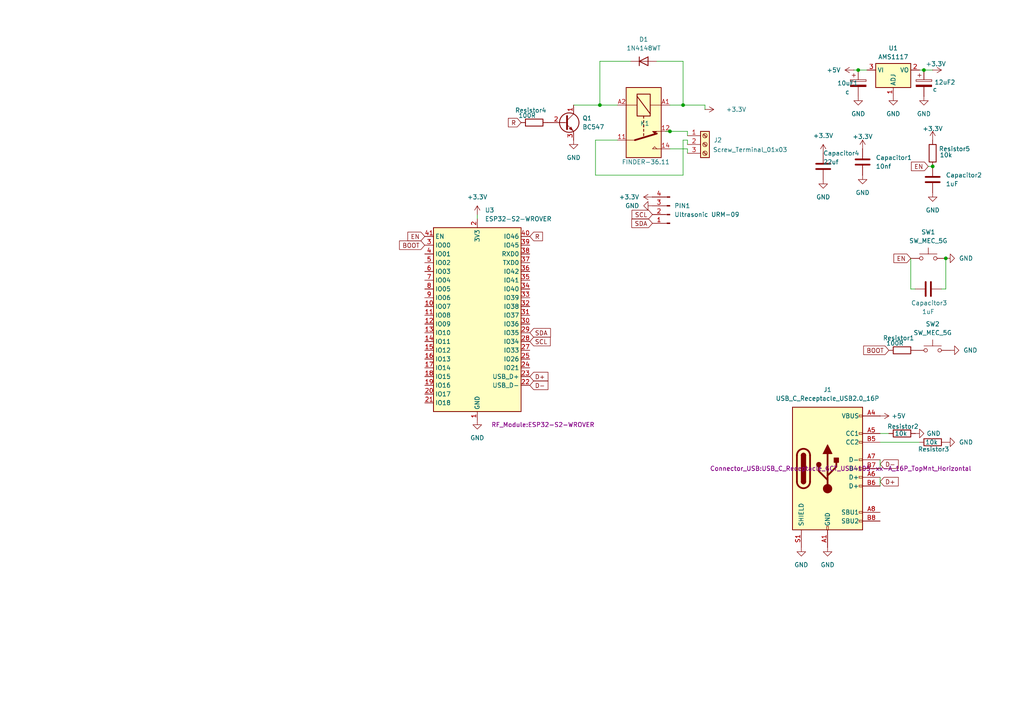
<source format=kicad_sch>
(kicad_sch (version 20231120) (generator "eeschema") (generator_version "8.0")
  (paper "A4")
  (lib_symbols
    (symbol "Connector:Conn_01x04_Pin" (pin_names (offset 1.016) hide)
      (property "Reference" "J" (at 0 5.08 0))
      (property "Value" "Conn_01x04_Pin" (at 0 -7.62 0))
      (symbol "Conn_01x04_Pin_1_1"
        (polyline (pts (xy 1.27 -5.08) (xy 0.8636 -5.08)) (stroke (width 0.1524)))
        (polyline (pts (xy 1.27 -2.54) (xy 0.8636 -2.54)) (stroke (width 0.1524)))
        (polyline (pts (xy 1.27 0) (xy 0.8636 0)) (stroke (width 0.1524)))
        (polyline (pts (xy 1.27 2.54) (xy 0.8636 2.54)) (stroke (width 0.1524)))
        (rectangle (start 0.8636 -4.953) (end 0 -5.207) (stroke (width 0.1524)) (fill (type outline)))
        (rectangle (start 0.8636 -2.413) (end 0 -2.667) (stroke (width 0.1524)) (fill (type outline)))
        (rectangle (start 0.8636 0.127) (end 0 -0.127) (stroke (width 0.1524)) (fill (type outline)))
        (rectangle (start 0.8636 2.667) (end 0 2.413) (stroke (width 0.1524)) (fill (type outline)))
        (pin passive line (at 5.08 2.54 180) (length 3.81) (name "Pin_1") (number "1"))
        (pin passive line (at 5.08 0 180) (length 3.81) (name "Pin_2") (number "2"))
        (pin passive line (at 5.08 -2.54 180) (length 3.81) (name "Pin_3") (number "3"))
        (pin passive line (at 5.08 -5.08 180) (length 3.81) (name "Pin_4") (number "4"))
      )
    )
    (symbol "Connector:Screw_Terminal_01x03" (pin_names (offset 1.016) hide)
      (property "Reference" "J" (at 0 5.08 0))
      (property "Value" "Screw_Terminal_01x03" (at 0 -5.08 0))
      (symbol "Screw_Terminal_01x03_1_1"
        (rectangle (start -1.27 3.81) (end 1.27 -3.81) (stroke (width 0.254)) (fill (type background)))
        (circle (center 0 -2.54) (radius 0.635) (stroke (width 0.1524)))
        (polyline (pts (xy -0.5334 -2.2098) (xy 0.3302 -3.048)) (stroke (width 0.1524)))
        (polyline (pts (xy -0.5334 0.3302) (xy 0.3302 -0.508)) (stroke (width 0.1524)))
        (polyline (pts (xy -0.5334 2.8702) (xy 0.3302 2.032)) (stroke (width 0.1524)))
        (polyline (pts (xy -0.3556 -2.032) (xy 0.508 -2.8702)) (stroke (width 0.1524)))
        (polyline (pts (xy -0.3556 0.508) (xy 0.508 -0.3302)) (stroke (width 0.1524)))
        (polyline (pts (xy -0.3556 3.048) (xy 0.508 2.2098)) (stroke (width 0.1524)))
        (circle (center 0 0) (radius 0.635) (stroke (width 0.1524)))
        (circle (center 0 2.54) (radius 0.635) (stroke (width 0.1524)))
        (pin passive line (at -5.08 2.54 0) (length 3.81) (name "Pin_1") (number "1"))
        (pin passive line (at -5.08 0 0) (length 3.81) (name "Pin_2") (number "2"))
        (pin passive line (at -5.08 -2.54 0) (length 3.81) (name "Pin_3") (number "3"))
      )
    )
    (symbol "Connector:USB_C_Receptacle_USB2.0_16P" (pin_names (offset 1.016))
      (property "Reference" "J" (at 0 22.225 0))
      (property "Value" "USB_C_Receptacle_USB2.0_16P" (at 0 19.685 0))
      (symbol "USB_C_Receptacle_USB2.0_16P_0_0"
        (rectangle (start -0.254 -17.78) (end 0.254 -16.764))
        (rectangle (start 10.16 -14.986) (end 9.144 -15.494))
        (rectangle (start 10.16 -12.446) (end 9.144 -12.954))
        (rectangle (start 10.16 -4.826) (end 9.144 -5.334))
        (rectangle (start 10.16 -2.286) (end 9.144 -2.794))
        (rectangle (start 10.16 0.254) (end 9.144 -0.254))
        (rectangle (start 10.16 2.794) (end 9.144 2.286))
        (rectangle (start 10.16 7.874) (end 9.144 7.366))
        (rectangle (start 10.16 10.414) (end 9.144 9.906))
        (rectangle (start 10.16 15.494) (end 9.144 14.986))
      )
      (symbol "USB_C_Receptacle_USB2.0_16P_0_1"
        (rectangle (start -10.16 17.78) (end 10.16 -17.78) (stroke (width 0.254)) (fill (type background)))
        (arc (start -8.89 -3.81) (mid -6.985 -5.7067) (end -5.08 -3.81) (stroke (width 0.508)))
        (arc (start -7.62 -3.81) (mid -6.985 -4.4423) (end -6.35 -3.81) (stroke (width 0.254)))
        (arc (start -7.62 -3.81) (mid -6.985 -4.4423) (end -6.35 -3.81) (stroke (width 0.254)) (fill (type outline)))
        (rectangle (start -7.62 -3.81) (end -6.35 3.81) (stroke (width 0.254)) (fill (type outline)))
        (arc (start -6.35 3.81) (mid -6.985 4.4423) (end -7.62 3.81) (stroke (width 0.254)))
        (arc (start -6.35 3.81) (mid -6.985 4.4423) (end -7.62 3.81) (stroke (width 0.254)) (fill (type outline)))
        (arc (start -5.08 3.81) (mid -6.985 5.7067) (end -8.89 3.81) (stroke (width 0.508)))
        (circle (center -2.54 1.143) (radius 0.635) (stroke (width 0.254)) (fill (type outline)))
        (circle (center 0 -5.842) (radius 1.27) (fill (type outline)))
        (polyline (pts (xy -8.89 -3.81) (xy -8.89 3.81)) (stroke (width 0.508)))
        (polyline (pts (xy -5.08 3.81) (xy -5.08 -3.81)) (stroke (width 0.508)))
        (polyline (pts (xy 0 -5.842) (xy 0 4.318)) (stroke (width 0.508)))
        (polyline (pts (xy 0 -3.302) (xy -2.54 -0.762) (xy -2.54 0.508)) (stroke (width 0.508)))
        (polyline (pts (xy 0 -2.032) (xy 2.54 0.508) (xy 2.54 1.778)) (stroke (width 0.508)))
        (polyline (pts (xy -1.27 4.318) (xy 0 6.858) (xy 1.27 4.318) (xy -1.27 4.318)) (stroke (width 0.254)) (fill (type outline)))
        (rectangle (start 1.905 1.778) (end 3.175 3.048) (stroke (width 0.254)) (fill (type outline)))
      )
      (symbol "USB_C_Receptacle_USB2.0_16P_1_1"
        (pin passive line (at 0 -22.86 90) (length 5.08) (name "GND") (number "A1"))
        (pin passive line (at 0 -22.86 90) (length 5.08) hide (name "GND") (number "A12"))
        (pin passive line (at 15.24 15.24 180) (length 5.08) (name "VBUS") (number "A4"))
        (pin bidirectional line (at 15.24 10.16 180) (length 5.08) (name "CC1") (number "A5"))
        (pin bidirectional line (at 15.24 -2.54 180) (length 5.08) (name "D+") (number "A6"))
        (pin bidirectional line (at 15.24 2.54 180) (length 5.08) (name "D-") (number "A7"))
        (pin bidirectional line (at 15.24 -12.7 180) (length 5.08) (name "SBU1") (number "A8"))
        (pin passive line (at 15.24 15.24 180) (length 5.08) hide (name "VBUS") (number "A9"))
        (pin passive line (at 0 -22.86 90) (length 5.08) hide (name "GND") (number "B1"))
        (pin passive line (at 0 -22.86 90) (length 5.08) hide (name "GND") (number "B12"))
        (pin passive line (at 15.24 15.24 180) (length 5.08) hide (name "VBUS") (number "B4"))
        (pin bidirectional line (at 15.24 7.62 180) (length 5.08) (name "CC2") (number "B5"))
        (pin bidirectional line (at 15.24 -5.08 180) (length 5.08) (name "D+") (number "B6"))
        (pin bidirectional line (at 15.24 0 180) (length 5.08) (name "D-") (number "B7"))
        (pin bidirectional line (at 15.24 -15.24 180) (length 5.08) (name "SBU2") (number "B8"))
        (pin passive line (at 15.24 15.24 180) (length 5.08) hide (name "VBUS") (number "B9"))
        (pin passive line (at -7.62 -22.86 90) (length 5.08) (name "SHIELD") (number "S1"))
      )
    )
    (symbol "Device:C" (pin_numbers hide) (pin_names (offset 0.254))
      (property "Reference" "C" (at 0.635 2.54 0))
      (property "Value" "C" (at 0.635 -2.54 0))
      (symbol "C_0_1"
        (polyline (pts (xy -2.032 -0.762) (xy 2.032 -0.762)) (stroke (width 0.508)))
        (polyline (pts (xy -2.032 0.762) (xy 2.032 0.762)) (stroke (width 0.508)))
      )
      (symbol "C_1_1"
        (pin passive line (at 0 3.81 270) (length 2.794) (name "~") (number "1"))
        (pin passive line (at 0 -3.81 90) (length 2.794) (name "~") (number "2"))
      )
    )
    (symbol "Device:C_Polarized" (pin_numbers hide) (pin_names (offset 0.254))
      (property "Reference" "C" (at 0.635 2.54 0))
      (property "Value" "C_Polarized" (at 0.635 -2.54 0))
      (symbol "C_Polarized_0_1"
        (rectangle (start -2.286 0.508) (end 2.286 1.016))
        (polyline (pts (xy -1.778 2.286) (xy -0.762 2.286)))
        (polyline (pts (xy -1.27 2.794) (xy -1.27 1.778)))
        (rectangle (start 2.286 -0.508) (end -2.286 -1.016) (fill (type outline)))
      )
      (symbol "C_Polarized_1_1"
        (pin passive line (at 0 3.81 270) (length 2.794) (name "~") (number "1"))
        (pin passive line (at 0 -3.81 90) (length 2.794) (name "~") (number "2"))
      )
    )
    (symbol "Device:R" (pin_numbers hide) (pin_names (offset 0))
      (property "Reference" "R" (at 2.032 0 90))
      (property "Value" "R" (at 0 0 90))
      (symbol "R_0_1"
        (rectangle (start -1.016 -2.54) (end 1.016 2.54) (stroke (width 0.254)))
      )
      (symbol "R_1_1"
        (pin passive line (at 0 3.81 270) (length 1.27) (name "~") (number "1"))
        (pin passive line (at 0 -3.81 90) (length 1.27) (name "~") (number "2"))
      )
    )
    (symbol "Diode:1N4148WT" (pin_numbers hide) (pin_names hide)
      (property "Reference" "D" (at 0 2.54 0))
      (property "Value" "1N4148WT" (at 0 -2.54 0))
      (symbol "1N4148WT_0_1"
        (polyline (pts (xy -1.27 1.27) (xy -1.27 -1.27)) (stroke (width 0.254)))
        (polyline (pts (xy 1.27 0) (xy -1.27 0)))
        (polyline (pts (xy 1.27 1.27) (xy 1.27 -1.27) (xy -1.27 0) (xy 1.27 1.27)) (stroke (width 0.254)))
      )
      (symbol "1N4148WT_1_1"
        (pin passive line (at -3.81 0 0) (length 2.54) (name "K") (number "1"))
        (pin passive line (at 3.81 0 180) (length 2.54) (name "A") (number "2"))
      )
    )
    (symbol "RF_Module:ESP32-S2-WROVER"
      (property "Reference" "U" (at -12.7 29.21 0))
      (property "Value" "ESP32-S2-WROVER" (at 2.54 29.21 0))
      (symbol "ESP32-S2-WROVER_0_1"
        (rectangle (start -12.7 27.94) (end 12.7 -25.4) (stroke (width 0.254)) (fill (type background)))
      )
      (symbol "ESP32-S2-WROVER_1_1"
        (pin power_in line (at 0 -27.94 90) (length 2.54) (name "GND") (number "1"))
        (pin bidirectional line (at -15.24 5.08 0) (length 2.54) (name "IO07") (number "10"))
        (pin bidirectional line (at -15.24 2.54 0) (length 2.54) (name "IO08") (number "11"))
        (pin bidirectional line (at -15.24 0 0) (length 2.54) (name "IO09") (number "12"))
        (pin bidirectional line (at -15.24 -2.54 0) (length 2.54) (name "IO10") (number "13"))
        (pin bidirectional line (at -15.24 -5.08 0) (length 2.54) (name "IO11") (number "14"))
        (pin bidirectional line (at -15.24 -7.62 0) (length 2.54) (name "IO12") (number "15"))
        (pin bidirectional line (at -15.24 -10.16 0) (length 2.54) (name "IO13") (number "16"))
        (pin bidirectional line (at -15.24 -12.7 0) (length 2.54) (name "IO14") (number "17"))
        (pin bidirectional line (at -15.24 -15.24 0) (length 2.54) (name "IO15") (number "18"))
        (pin bidirectional line (at -15.24 -17.78 0) (length 2.54) (name "IO16") (number "19"))
        (pin power_in line (at 0 30.48 270) (length 2.54) (name "3V3") (number "2"))
        (pin bidirectional line (at -15.24 -20.32 0) (length 2.54) (name "IO17") (number "20"))
        (pin bidirectional line (at -15.24 -22.86 0) (length 2.54) (name "IO18") (number "21"))
        (pin bidirectional line (at 15.24 -17.78 180) (length 2.54) (name "USB_D-") (number "22"))
        (pin bidirectional line (at 15.24 -15.24 180) (length 2.54) (name "USB_D+") (number "23"))
        (pin bidirectional line (at 15.24 -12.7 180) (length 2.54) (name "IO21") (number "24"))
        (pin bidirectional line (at 15.24 -10.16 180) (length 2.54) (name "IO26") (number "25"))
        (pin passive line (at 0 -27.94 90) (length 2.54) hide (name "GND") (number "26"))
        (pin bidirectional line (at 15.24 -7.62 180) (length 2.54) (name "IO33") (number "27"))
        (pin bidirectional line (at 15.24 -5.08 180) (length 2.54) (name "IO34") (number "28"))
        (pin bidirectional line (at 15.24 -2.54 180) (length 2.54) (name "IO35") (number "29"))
        (pin bidirectional line (at -15.24 22.86 0) (length 2.54) (name "IO00") (number "3"))
        (pin bidirectional line (at 15.24 0 180) (length 2.54) (name "IO36") (number "30"))
        (pin bidirectional line (at 15.24 2.54 180) (length 2.54) (name "IO37") (number "31"))
        (pin bidirectional line (at 15.24 5.08 180) (length 2.54) (name "IO38") (number "32"))
        (pin bidirectional line (at 15.24 7.62 180) (length 2.54) (name "IO39") (number "33"))
        (pin bidirectional line (at 15.24 10.16 180) (length 2.54) (name "IO40") (number "34"))
        (pin bidirectional line (at 15.24 12.7 180) (length 2.54) (name "IO41") (number "35"))
        (pin bidirectional line (at 15.24 15.24 180) (length 2.54) (name "IO42") (number "36"))
        (pin bidirectional line (at 15.24 17.78 180) (length 2.54) (name "TXD0") (number "37"))
        (pin bidirectional line (at 15.24 20.32 180) (length 2.54) (name "RXD0") (number "38"))
        (pin bidirectional line (at 15.24 22.86 180) (length 2.54) (name "IO45") (number "39"))
        (pin bidirectional line (at -15.24 20.32 0) (length 2.54) (name "IO01") (number "4"))
        (pin input line (at 15.24 25.4 180) (length 2.54) (name "IO46") (number "40"))
        (pin input line (at -15.24 25.4 0) (length 2.54) (name "EN") (number "41"))
        (pin passive line (at 0 -27.94 90) (length 2.54) hide (name "GND") (number "42"))
        (pin passive line (at 0 -27.94 90) (length 2.54) hide (name "GND") (number "43"))
        (pin bidirectional line (at -15.24 17.78 0) (length 2.54) (name "IO02") (number "5"))
        (pin bidirectional line (at -15.24 15.24 0) (length 2.54) (name "IO03") (number "6"))
        (pin bidirectional line (at -15.24 12.7 0) (length 2.54) (name "IO04") (number "7"))
        (pin bidirectional line (at -15.24 10.16 0) (length 2.54) (name "IO05") (number "8"))
        (pin bidirectional line (at -15.24 7.62 0) (length 2.54) (name "IO06") (number "9"))
      )
    )
    (symbol "Regulator_Linear:AMS1117"
      (property "Reference" "U" (at -3.81 3.175 0))
      (property "Value" "AMS1117" (at 0 3.175 0))
      (symbol "AMS1117_0_1"
        (rectangle (start -5.08 -5.08) (end 5.08 1.905) (stroke (width 0.254)) (fill (type background)))
      )
      (symbol "AMS1117_1_1"
        (pin input line (at 0 -7.62 90) (length 2.54) (name "ADJ") (number "1"))
        (pin power_out line (at 7.62 0 180) (length 2.54) (name "VO") (number "2"))
        (pin power_in line (at -7.62 0 0) (length 2.54) (name "VI") (number "3"))
      )
    )
    (symbol "Relay:FINDER-36.11"
      (property "Reference" "K" (at 11.43 3.81 0))
      (property "Value" "FINDER-36.11" (at 11.43 1.27 0))
      (symbol "FINDER-36.11_0_0"
        (polyline (pts (xy 2.54 3.81) (xy 2.54 5.08)))
        (polyline (pts (xy 7.62 3.81) (xy 7.62 5.08)))
        (polyline (pts (xy 7.62 3.81) (xy 7.62 2.54) (xy 6.985 3.175) (xy 7.62 3.81)))
      )
      (symbol "FINDER-36.11_0_1"
        (rectangle (start -10.16 5.08) (end 10.16 -5.08) (stroke (width 0.254)) (fill (type background)))
        (rectangle (start -8.255 1.905) (end -1.905 -1.905) (stroke (width 0.254)))
        (polyline (pts (xy -7.62 -1.905) (xy -2.54 1.905)) (stroke (width 0.254)))
        (polyline (pts (xy -5.08 -5.08) (xy -5.08 -1.905)))
        (polyline (pts (xy -5.08 5.08) (xy -5.08 1.905)))
        (polyline (pts (xy -1.905 0) (xy -1.27 0)) (stroke (width 0.254)))
        (polyline (pts (xy -0.635 0) (xy 0 0)) (stroke (width 0.254)))
        (polyline (pts (xy 0.635 0) (xy 1.27 0)) (stroke (width 0.254)))
        (polyline (pts (xy 0.635 0) (xy 1.27 0)) (stroke (width 0.254)))
        (polyline (pts (xy 1.905 0) (xy 2.54 0)) (stroke (width 0.254)))
        (polyline (pts (xy 3.175 0) (xy 3.81 0)) (stroke (width 0.254)))
        (polyline (pts (xy 5.08 -2.54) (xy 3.175 3.81)) (stroke (width 0.508)))
        (polyline (pts (xy 5.08 -2.54) (xy 5.08 -5.08)))
        (polyline (pts (xy 2.54 2.54) (xy 2.54 3.81) (xy 2.54 2.54) (xy 2.54 2.54) (xy 3.175 3.175) (xy 2.54 3.81)) (fill (type outline)))
      )
      (symbol "FINDER-36.11_1_1"
        (pin passive line (at 5.08 -7.62 90) (length 2.54) (name "~") (number "11"))
        (pin passive line (at 2.54 7.62 270) (length 2.54) (name "~") (number "12"))
        (pin passive line (at 7.62 7.62 270) (length 2.54) (name "~") (number "14"))
        (pin passive line (at -5.08 7.62 270) (length 2.54) (name "~") (number "A1"))
        (pin passive line (at -5.08 -7.62 90) (length 2.54) (name "~") (number "A2"))
      )
    )
    (symbol "Switch:SW_MEC_5G" (pin_numbers hide) (pin_names (offset 1.016) hide)
      (property "Reference" "SW" (at 1.27 2.54 0))
      (property "Value" "SW_MEC_5G" (at 0 -1.524 0))
      (symbol "SW_MEC_5G_0_1"
        (circle (center -2.032 0) (radius 0.508))
        (polyline (pts (xy 0 1.27) (xy 0 3.048)))
        (polyline (pts (xy 2.54 1.27) (xy -2.54 1.27)))
        (circle (center 2.032 0) (radius 0.508))
        (pin passive line (at -5.08 0 0) (length 2.54) (name "A") (number "1"))
        (pin passive line (at 5.08 0 180) (length 2.54) (name "B") (number "3"))
      )
      (symbol "SW_MEC_5G_1_1"
        (pin passive line (at -5.08 0 0) (length 2.54) hide (name "A") (number "2"))
        (pin passive line (at 5.08 0 180) (length 2.54) hide (name "B") (number "4"))
      )
    )
    (symbol "Transistor_BJT:BC547" (pin_names (offset 0) hide)
      (property "Reference" "Q" (at 5.08 1.905 0))
      (property "Value" "BC547" (at 5.08 0 0))
      (symbol "BC547_0_1"
        (polyline (pts (xy 0 0) (xy 0.635 0)))
        (polyline (pts (xy 0.635 0.635) (xy 2.54 2.54)))
        (polyline (pts (xy 0.635 -0.635) (xy 2.54 -2.54) (xy 2.54 -2.54)))
        (polyline (pts (xy 0.635 1.905) (xy 0.635 -1.905) (xy 0.635 -1.905)) (stroke (width 0.508)))
        (polyline (pts (xy 1.27 -1.778) (xy 1.778 -1.27) (xy 2.286 -2.286) (xy 1.27 -1.778) (xy 1.27 -1.778)) (fill (type outline)))
        (circle (center 1.27 0) (radius 2.8194) (stroke (width 0.254)))
      )
      (symbol "BC547_1_1"
        (pin passive line (at 2.54 5.08 270) (length 2.54) (name "C") (number "1"))
        (pin input line (at -5.08 0 0) (length 5.08) (name "B") (number "2"))
        (pin passive line (at 2.54 -5.08 90) (length 2.54) (name "E") (number "3"))
      )
    )
    (symbol "power:+3.3V" (power) (pin_numbers hide) (pin_names (offset 0) hide)
      (property "Value" "+3.3V" (at 0 3.556 0))
      (symbol "+3.3V_0_1"
        (polyline (pts (xy -0.762 1.27) (xy 0 2.54)))
        (polyline (pts (xy 0 0) (xy 0 2.54)))
        (polyline (pts (xy 0 2.54) (xy 0.762 1.27)))
      )
      (symbol "+3.3V_1_1"
        (pin power_in line (at 0 0 90) (length 0) (name "~") (number "1"))
      )
    )
    (symbol "power:+5V" (power) (pin_numbers hide) (pin_names (offset 0) hide)
      (property "Value" "+5V" (at 0 3.556 0))
      (symbol "+5V_0_1"
        (polyline (pts (xy -0.762 1.27) (xy 0 2.54)))
        (polyline (pts (xy 0 0) (xy 0 2.54)))
        (polyline (pts (xy 0 2.54) (xy 0.762 1.27)))
      )
      (symbol "+5V_1_1"
        (pin power_in line (at 0 0 90) (length 0) (name "~") (number "1"))
      )
    )
    (symbol "power:GND" (power) (pin_numbers hide) (pin_names (offset 0) hide)
      (property "Value" "GND" (at 0 -3.81 0))
      (symbol "GND_0_1"
        (polyline (pts (xy 0 0) (xy 0 -1.27) (xy 1.27 -1.27) (xy 0 -2.54) (xy -1.27 -1.27) (xy 0 -1.27)))
      )
      (symbol "GND_1_1"
        (pin power_in line (at 0 0 270) (length 0) (name "~") (number "1"))
      )
    )
  )
  (junction (at 198.12 30.48))
  (junction (at 267.97 20.32))
  (junction (at 270.51 48.26))
  (junction (at 274.32 74.93))
  (junction (at 194.31 38.1))
  (junction (at 173.99 30.48))
  (junction (at 248.92 20.32))
  (wire (pts (xy 255.27 128.27) (xy 266.7 128.27)))
  (wire (pts (xy 172.72 40.64) (xy 179.07 40.64)))
  (wire (pts (xy 266.7 20.32) (xy 267.97 20.32)))
  (wire (pts (xy 264.16 83.82) (xy 265.43 83.82)))
  (wire (pts (xy 138.43 62.23) (xy 138.43 63.5)))
  (wire (pts (xy 194.31 43.18) (xy 199.39 43.18)))
  (wire (pts (xy 198.12 40.64) (xy 198.12 50.8)))
  (wire (pts (xy 204.47 30.48) (xy 204.47 31.75)))
  (wire (pts (xy 199.39 38.1) (xy 199.39 39.37)))
  (wire (pts (xy 190.5 17.78) (xy 198.12 17.78)))
  (wire (pts (xy 248.92 20.32) (xy 251.46 20.32)))
  (wire (pts (xy 198.12 17.78) (xy 198.12 30.48)))
  (wire (pts (xy 264.16 74.93) (xy 264.16 83.82)))
  (wire (pts (xy 204.47 30.48) (xy 198.12 30.48)))
  (wire (pts (xy 173.99 30.48) (xy 179.07 30.48)))
  (wire (pts (xy 274.32 74.93) (xy 274.32 83.82)))
  (wire (pts (xy 172.72 50.8) (xy 198.12 50.8)))
  (wire (pts (xy 269.24 48.26) (xy 270.51 48.26)))
  (wire (pts (xy 255.27 138.43) (xy 255.27 140.97)))
  (wire (pts (xy 199.39 43.18) (xy 199.39 44.45)))
  (wire (pts (xy 255.27 133.35) (xy 255.27 135.89)))
  (wire (pts (xy 198.12 40.64) (xy 199.39 40.64)))
  (wire (pts (xy 255.27 125.73) (xy 257.81 125.73)))
  (wire (pts (xy 173.99 17.78) (xy 182.88 17.78)))
  (wire (pts (xy 199.39 40.64) (xy 199.39 41.91)))
  (wire (pts (xy 194.31 38.1) (xy 199.39 38.1)))
  (wire (pts (xy 198.12 30.48) (xy 194.31 30.48)))
  (wire (pts (xy 247.65 20.32) (xy 248.92 20.32)))
  (wire (pts (xy 173.99 17.78) (xy 173.99 30.48)))
  (wire (pts (xy 273.05 83.82) (xy 274.32 83.82)))
  (wire (pts (xy 172.72 40.64) (xy 172.72 50.8)))
  (wire (pts (xy 193.04 38.1) (xy 194.31 38.1)))
  (wire (pts (xy 166.37 30.48) (xy 173.99 30.48)))
  (wire (pts (xy 267.97 20.32) (xy 270.51 20.32)))
  (global_label "SDA" (shape input) (at 153.67 96.52 0) (property "Intersheetrefs" "${INTERSHEET_REFS}" (effects (hide yes))))
  (global_label "BOOT" (shape input) (at 257.81 101.6 180) (property "Intersheetrefs" "${INTERSHEET_REFS}" (effects (hide yes))))
  (global_label "EN" (shape input) (at 269.24 48.26 180) (property "Intersheetrefs" "${INTERSHEET_REFS}" (effects (hide yes))))
  (global_label "SCL" (shape input) (at 153.67 99.06 0) (property "Intersheetrefs" "${INTERSHEET_REFS}" (effects (hide yes))))
  (global_label "BOOT" (shape input) (at 123.19 71.12 180) (property "Intersheetrefs" "${INTERSHEET_REFS}" (effects (hide yes))))
  (global_label "D+" (shape input) (at 153.67 109.22 0) (property "Intersheetrefs" "${INTERSHEET_REFS}" (effects (hide yes))))
  (global_label "R" (shape input) (at 151.13 35.56 180) (property "Intersheetrefs" "${INTERSHEET_REFS}" (effects (hide yes))))
  (global_label "SCL" (shape input) (at 189.23 62.23 180) (property "Intersheetrefs" "${INTERSHEET_REFS}" (effects (hide yes))))
  (global_label "D-" (shape input) (at 255.27 134.62 0) (property "Intersheetrefs" "${INTERSHEET_REFS}" (effects (hide yes))))
  (global_label "SDA" (shape input) (at 189.23 64.77 180) (property "Intersheetrefs" "${INTERSHEET_REFS}" (effects (hide yes))))
  (global_label "R" (shape input) (at 153.67 68.58 0) (property "Intersheetrefs" "${INTERSHEET_REFS}" (effects (hide yes))))
  (global_label "EN" (shape input) (at 123.19 68.58 180) (property "Intersheetrefs" "${INTERSHEET_REFS}" (effects (hide yes))))
  (global_label "D+" (shape input) (at 255.27 139.7 0) (property "Intersheetrefs" "${INTERSHEET_REFS}" (effects (hide yes))))
  (global_label "D-" (shape input) (at 153.67 111.76 0) (property "Intersheetrefs" "${INTERSHEET_REFS}" (effects (hide yes))))
  (global_label "EN" (shape input) (at 264.16 74.93 180) (property "Intersheetrefs" "${INTERSHEET_REFS}" (effects (hide yes))))
  (symbol (lib_id "Device:C") (at 250.19 46.99 0) (unit 1)
    (property "Reference" "Capacitor1" (at 254 45.7199 0) (effects (justify left)))
    (property "Value" "10nf" (at 254 48.2599 0) (effects (justify left)))
    (property "Footprint" "Capacitor_SMD:C_0201_0603Metric" (effects (hide yes)))
    (property "Description" "Unpolarized capacitor" (effects (hide yes)))
  )
  (symbol (lib_id "Device:C_Polarized") (at 248.92 24.13 0) (unit 1)
    (property "Reference" "10uF1" (at 242.824 24.13 0) (effects (justify left)))
    (property "Value" "c" (at 245.11 26.67 0) (effects (justify left)))
    (property "Footprint" "Capacitor_SMD:C_0201_0603Metric_Pad0.64x0.40mm_HandSolder" (effects (hide yes)))
    (property "Description" "Polarized capacitor" (effects (hide yes)))
  )
  (symbol (lib_id "Device:C") (at 270.51 52.07 0) (unit 1)
    (property "Reference" "Capacitor2" (at 274.32 50.7999 0) (effects (justify left)))
    (property "Value" "1uF" (at 274.32 53.3399 0) (effects (justify left)))
    (property "Footprint" "Capacitor_SMD:C_0201_0603Metric" (effects (hide yes)))
    (property "Description" "Unpolarized capacitor" (effects (hide yes)))
  )
  (symbol (lib_id "Device:R") (at 154.94 35.56 90) (unit 1)
    (property "Reference" "Resistor4" (at 158.496 32.004 90) (effects (justify left)))
    (property "Value" "100R" (at 155.448 33.528 90) (effects (justify left)))
    (property "Footprint" "Resistor_SMD:R_0201_0603Metric" (effects (hide yes)))
    (property "Description" "Resistor" (effects (hide yes)))
  )
  (symbol (lib_id "power:GND") (at 274.32 74.93 90) (unit 1)
    (property "Reference" "#PWR015" (effects (hide yes)))
    (property "Value" "GND" (at 278.13 74.9299 90) (effects (justify right)))
    (property "Description" "Power symbol creates a global label with name \"GND\" , ground" (effects (hide yes)))
  )
  (symbol (lib_id "Switch:SW_MEC_5G") (at 270.51 101.6 0) (unit 1)
    (property "Reference" "SW2" (at 270.51 93.98 0))
    (property "Value" "SW_MEC_5G" (at 270.51 96.52 0))
    (property "Footprint" "Button_Switch_SMD:SW_Push_SPST_NO_Alps_SKRK" (effects (hide yes)))
    (property "Datasheet" "http://www.apem.com/int/index.php?controller=attachment&id_attachment=488" (effects (hide yes)))
    (property "Description" "MEC 5G single pole normally-open tactile switch" (effects (hide yes)))
  )
  (symbol (lib_id "power:+3.3V") (at 204.47 31.75 270) (unit 1)
    (property "Reference" "#PWR021" (effects (hide yes)))
    (property "Value" "+3.3V" (at 210.566 31.75 90) (effects (justify left)))
    (property "Description" "Power symbol creates a global label with name \"+3.3V\"" (effects (hide yes)))
  )
  (symbol (lib_id "power:GND") (at 250.19 50.8 0) (unit 1)
    (property "Reference" "#PWR011" (effects (hide yes)))
    (property "Value" "GND" (at 250.19 55.88 0))
    (property "Description" "Power symbol creates a global label with name \"GND\" , ground" (effects (hide yes)))
  )
  (symbol (lib_id "RF_Module:ESP32-S2-WROVER") (at 138.43 93.98 0) (unit 1)
    (property "Reference" "U3" (at 140.6241 60.96 0) (effects (justify left)))
    (property "Value" "ESP32-S2-WROVER" (at 140.6241 63.5 0) (effects (justify left)))
    (property "Footprint" "RF_Module:ESP32-S2-WROVER" (at 157.48 123.19 0))
    (property "Datasheet" "https://www.espressif.com/sites/default/files/documentation/esp32-s2-wroom_esp32-s2-wroom-i_datasheet_en.pdf" (effects (hide yes)))
    (property "Description" "RF Module, ESP32-D0WDQ6 SoC, Wi-Fi 802.11b/g/n, 32-bit, 2.7-3.6V, onboard antenna, SMD" (effects (hide yes)))
  )
  (symbol (lib_id "Device:R") (at 270.51 128.27 90) (unit 1)
    (property "Reference" "Resistor3" (at 275.336 130.302 90) (effects (justify left)))
    (property "Value" "10k" (at 272.034 128.27 90) (effects (justify left)))
    (property "Footprint" "Resistor_SMD:R_0201_0603Metric" (effects (hide yes)))
    (property "Description" "Resistor" (effects (hide yes)))
  )
  (symbol (lib_id "power:+5V") (at 255.27 120.65 270) (unit 1)
    (property "Reference" "#PWR020" (effects (hide yes)))
    (property "Value" "+5V" (at 258.572 120.65 90) (effects (justify left)))
    (property "Description" "Power symbol creates a global label with name \"+5V\"" (effects (hide yes)))
  )
  (symbol (lib_id "Device:R") (at 270.51 44.45 0) (unit 1)
    (property "Reference" "Resistor5" (at 272.288 43.18 0) (effects (justify left)))
    (property "Value" "10k" (at 272.542 44.958 0) (effects (justify left)))
    (property "Footprint" "Resistor_SMD:R_0201_0603Metric" (effects (hide yes)))
    (property "Description" "Resistor" (effects (hide yes)))
  )
  (symbol (lib_id "Regulator_Linear:AMS1117") (at 259.08 20.32 0) (unit 1)
    (property "Reference" "U1" (at 259.08 13.97 0))
    (property "Value" "AMS1117" (at 259.08 16.51 0))
    (property "Footprint" "Package_TO_SOT_SMD:SOT-223-3_TabPin2" (effects (hide yes)))
    (property "Datasheet" "http://www.advanced-monolithic.com/pdf/ds1117.pdf" (effects (hide yes)))
    (property "Description" "1A Low Dropout regulator, positive, adjustable output, SOT-223" (effects (hide yes)))
  )
  (symbol (lib_id "Relay:FINDER-36.11") (at 186.69 35.56 270) (unit 1)
    (property "Reference" "K1" (at 185.674 35.814 90) (effects (justify left)))
    (property "Value" "FINDER-36.11" (at 180.34 46.99 90) (effects (justify left)))
    (property "Footprint" "Relay_THT:Relay_SPDT_Finder_36.11" (effects (hide yes)))
    (property "Datasheet" "https://gfinder.findernet.com/public/attachments/36/EN/S36EN.pdf" (effects (hide yes)))
  )
  (symbol (lib_id "Device:C_Polarized") (at 267.97 24.13 0) (unit 1)
    (property "Reference" "12uF2" (at 271.018 23.876 0) (effects (justify left)))
    (property "Value" "c" (at 270.51 25.908 0) (effects (justify left)))
    (property "Footprint" "Capacitor_SMD:C_0201_0603Metric_Pad0.64x0.40mm_HandSolder" (effects (hide yes)))
    (property "Description" "Polarized capacitor" (effects (hide yes)))
  )
  (symbol (lib_id "power:GND") (at 248.92 27.94 0) (unit 1)
    (property "Reference" "#PWR05" (effects (hide yes)))
    (property "Value" "GND" (at 248.92 33.02 0))
    (property "Description" "Power symbol creates a global label with name \"GND\" , ground" (effects (hide yes)))
  )
  (symbol (lib_id "power:GND") (at 270.51 55.88 0) (unit 1)
    (property "Reference" "#PWR013" (effects (hide yes)))
    (property "Value" "GND" (at 270.51 60.96 0))
    (property "Description" "Power symbol creates a global label with name \"GND\" , ground" (effects (hide yes)))
  )
  (symbol (lib_id "power:+3.3V") (at 138.43 62.23 0) (unit 1)
    (property "Reference" "#PWR01" (effects (hide yes)))
    (property "Value" "+3.3V" (at 138.43 57.15 0))
    (property "Description" "Power symbol creates a global label with name \"+3.3V\"" (effects (hide yes)))
  )
  (symbol (lib_id "power:GND") (at 138.43 121.92 0) (unit 1)
    (property "Reference" "#PWR02" (effects (hide yes)))
    (property "Value" "GND" (at 138.43 127 0))
    (property "Description" "Power symbol creates a global label with name \"GND\" , ground" (effects (hide yes)))
  )
  (symbol (lib_id "power:GND") (at 274.32 128.27 90) (unit 1)
    (property "Reference" "#PWR016" (effects (hide yes)))
    (property "Value" "GND" (at 278.13 128.2699 90) (effects (justify right)))
    (property "Description" "Power symbol creates a global label with name \"GND\" , ground" (effects (hide yes)))
  )
  (symbol (lib_id "power:GND") (at 267.97 27.94 0) (unit 1)
    (property "Reference" "#PWR07" (effects (hide yes)))
    (property "Value" "GND" (at 267.97 33.02 0))
    (property "Description" "Power symbol creates a global label with name \"GND\" , ground" (effects (hide yes)))
  )
  (symbol (lib_id "power:GND") (at 265.43 125.73 90) (unit 1)
    (property "Reference" "#PWR017" (effects (hide yes)))
    (property "Value" "GND" (at 268.732 125.73 90) (effects (justify right)))
    (property "Description" "Power symbol creates a global label with name \"GND\" , ground" (effects (hide yes)))
  )
  (symbol (lib_id "power:GND") (at 240.03 158.75 0) (unit 1)
    (property "Reference" "#PWR019" (effects (hide yes)))
    (property "Value" "GND" (at 240.03 163.83 0))
    (property "Description" "Power symbol creates a global label with name \"GND\" , ground" (effects (hide yes)))
  )
  (symbol (lib_id "power:+3.3V") (at 238.76 44.45 0) (unit 1)
    (property "Reference" "#PWR08" (effects (hide yes)))
    (property "Value" "+3.3V" (at 238.76 39.37 0))
    (property "Description" "Power symbol creates a global label with name \"+3.3V\"" (effects (hide yes)))
  )
  (symbol (lib_id "power:GND") (at 275.59 101.6 90) (unit 1)
    (property "Reference" "#PWR014" (effects (hide yes)))
    (property "Value" "GND" (at 279.4 101.5999 90) (effects (justify right)))
    (property "Description" "Power symbol creates a global label with name \"GND\" , ground" (effects (hide yes)))
  )
  (symbol (lib_id "Device:C") (at 269.24 83.82 270) (unit 1)
    (property "Reference" "Capacitor3" (at 269.494 87.884 90))
    (property "Value" "1uF" (at 269.24 90.424 90))
    (property "Footprint" "Capacitor_SMD:C_0201_0603Metric" (effects (hide yes)))
    (property "Description" "Unpolarized capacitor" (effects (hide yes)))
  )
  (symbol (lib_id "power:GND") (at 259.08 27.94 0) (unit 1)
    (property "Reference" "#PWR06" (effects (hide yes)))
    (property "Value" "GND" (at 259.08 33.02 0))
    (property "Description" "Power symbol creates a global label with name \"GND\" , ground" (effects (hide yes)))
  )
  (symbol (lib_id "power:+3.3V") (at 270.51 20.32 270) (unit 1)
    (property "Reference" "#PWR04" (effects (hide yes)))
    (property "Value" "+3.3V" (at 268.478 18.542 90) (effects (justify left)))
    (property "Description" "Power symbol creates a global label with name \"+3.3V\"" (effects (hide yes)))
  )
  (symbol (lib_id "Connector:Conn_01x04_Pin") (at 194.31 62.23 180) (unit 1)
    (property "Reference" "PIN1" (at 195.58 59.6899 0) (effects (justify right)))
    (property "Value" "Ultrasonic URM-09" (at 195.58 62.2299 0) (effects (justify right)))
    (property "Footprint" "Connector:FanPinHeader_1x04_P2.54mm_Vertical" (effects (hide yes)))
    (property "Description" "Generic connector, single row, 01x04, script generated" (effects (hide yes)))
  )
  (symbol (lib_id "Device:R") (at 261.62 101.6 90) (unit 1)
    (property "Reference" "Resistor1" (at 265.176 98.044 90) (effects (justify left)))
    (property "Value" "100R" (at 262.128 99.568 90) (effects (justify left)))
    (property "Footprint" "Resistor_SMD:R_0201_0603Metric" (effects (hide yes)))
    (property "Description" "Resistor" (effects (hide yes)))
  )
  (symbol (lib_id "Connector:USB_C_Receptacle_USB2.0_16P") (at 240.03 135.89 0) (unit 1)
    (property "Reference" "J1" (at 240.03 113.03 0))
    (property "Value" "USB_C_Receptacle_USB2.0_16P" (at 240.03 115.57 0))
    (property "Footprint" "Connector_USB:USB_C_Receptacle_GCT_USB4105-xx-A_16P_TopMnt_Horizontal" (at 243.84 135.89 0))
    (property "Datasheet" "https://www.usb.org/sites/default/files/documents/usb_type-c.zip" (effects (hide yes)))
    (property "Description" "USB 2.0-only 16P Type-C Receptacle connector" (effects (hide yes)))
  )
  (symbol (lib_id "Switch:SW_MEC_5G") (at 269.24 74.93 0) (unit 1)
    (property "Reference" "SW1" (at 269.24 67.31 0))
    (property "Value" "SW_MEC_5G" (at 269.24 69.85 0))
    (property "Footprint" "Button_Switch_SMD:SW_Push_SPST_NO_Alps_SKRK" (effects (hide yes)))
    (property "Datasheet" "http://www.apem.com/int/index.php?controller=attachment&id_attachment=488" (effects (hide yes)))
    (property "Description" "MEC 5G single pole normally-open tactile switch" (effects (hide yes)))
  )
  (symbol (lib_id "power:+3.3V") (at 189.23 57.15 90) (unit 1)
    (property "Reference" "#PWR023" (effects (hide yes)))
    (property "Value" "+3.3V" (at 185.42 57.1499 90) (effects (justify left)))
    (property "Description" "Power symbol creates a global label with name \"+3.3V\"" (effects (hide yes)))
  )
  (symbol (lib_id "power:GND") (at 189.23 59.69 270) (unit 1)
    (property "Reference" "#PWR024" (effects (hide yes)))
    (property "Value" "GND" (at 185.42 59.6899 90) (effects (justify right)))
    (property "Description" "Power symbol creates a global label with name \"GND\" , ground" (effects (hide yes)))
  )
  (symbol (lib_id "Connector:Screw_Terminal_01x03") (at 204.47 41.91 0) (unit 1)
    (property "Reference" "J2" (at 207.01 40.6399 0) (effects (justify left)))
    (property "Value" "Screw_Terminal_01x03" (at 206.756 43.434 0) (effects (justify left)))
    (property "Footprint" "TerminalBlock:TerminalBlock_Altech_AK300-3_P5.00mm" (effects (hide yes)))
    (property "Description" "Generic screw terminal, single row, 01x03, script generated (kicad-library-utils/schlib/autogen/connector/)" (effects (hide yes)))
  )
  (symbol (lib_id "power:+3.3V") (at 250.19 43.18 0) (unit 1)
    (property "Reference" "#PWR010" (effects (hide yes)))
    (property "Value" "+3.3V" (at 250.19 39.624 0))
    (property "Description" "Power symbol creates a global label with name \"+3.3V\"" (effects (hide yes)))
  )
  (symbol (lib_id "power:+5V") (at 247.65 20.32 90) (unit 1)
    (property "Reference" "#PWR03" (effects (hide yes)))
    (property "Value" "+5V" (at 243.84 20.3199 90) (effects (justify left)))
    (property "Description" "Power symbol creates a global label with name \"+5V\"" (effects (hide yes)))
  )
  (symbol (lib_id "Transistor_BJT:BC547") (at 163.83 35.56 0) (unit 1)
    (property "Reference" "Q1" (at 168.91 34.2899 0) (effects (justify left)))
    (property "Value" "BC547" (at 168.91 36.8299 0) (effects (justify left)))
    (property "Footprint" "Package_TO_SOT_THT:TO-92_Inline" (effects (hide yes)))
    (property "Datasheet" "https://www.onsemi.com/pub/Collateral/BC550-D.pdf" (effects (hide yes)))
    (property "Description" "0.1A Ic, 45V Vce, Small Signal NPN Transistor, TO-92" (effects (hide yes)))
  )
  (symbol (lib_id "power:GND") (at 232.41 158.75 0) (unit 1)
    (property "Reference" "#PWR018" (effects (hide yes)))
    (property "Value" "GND" (at 232.41 163.83 0))
    (property "Description" "Power symbol creates a global label with name \"GND\" , ground" (effects (hide yes)))
  )
  (symbol (lib_id "Device:R") (at 261.62 125.73 90) (unit 1)
    (property "Reference" "Resistor2" (at 266.446 123.698 90) (effects (justify left)))
    (property "Value" "10k" (at 263.144 125.73 90) (effects (justify left)))
    (property "Footprint" "Resistor_SMD:R_0201_0603Metric" (effects (hide yes)))
    (property "Description" "Resistor" (effects (hide yes)))
  )
  (symbol (lib_id "Device:C") (at 238.76 48.26 0) (unit 1)
    (property "Reference" "Capacitor4" (at 238.76 44.4499 0) (effects (justify left)))
    (property "Value" "22uf" (at 238.76 46.9899 0) (effects (justify left)))
    (property "Footprint" "Capacitor_SMD:C_0201_0603Metric" (effects (hide yes)))
    (property "Description" "Unpolarized capacitor" (effects (hide yes)))
  )
  (symbol (lib_id "power:GND") (at 166.37 40.64 0) (unit 1)
    (property "Reference" "#PWR022" (effects (hide yes)))
    (property "Value" "GND" (at 166.37 45.72 0))
    (property "Description" "Power symbol creates a global label with name \"GND\" , ground" (effects (hide yes)))
  )
  (symbol (lib_id "power:+3.3V") (at 270.51 40.64 0) (unit 1)
    (property "Reference" "#PWR012" (effects (hide yes)))
    (property "Value" "+3.3V" (at 270.51 37.338 0))
    (property "Description" "Power symbol creates a global label with name \"+3.3V\"" (effects (hide yes)))
  )
  (symbol (lib_id "power:GND") (at 238.76 52.07 0) (unit 1)
    (property "Reference" "#PWR09" (effects (hide yes)))
    (property "Value" "GND" (at 238.76 57.15 0))
    (property "Description" "Power symbol creates a global label with name \"GND\" , ground" (effects (hide yes)))
  )
  (symbol (lib_id "Diode:1N4148WT") (at 186.69 17.78 0) (unit 1)
    (property "Reference" "D1" (at 186.69 11.43 0))
    (property "Value" "1N4148WT" (at 186.69 13.97 0))
    (property "Footprint" "Diode_SMD:D_SOD-523" (effects (hide yes)))
    (property "Datasheet" "https://www.diodes.com/assets/Datasheets/ds30396.pdf" (effects (hide yes)))
    (property "Description" "75V 0.15A Fast switching Diode, SOD-523" (effects (hide yes)))
    (property "Sim.Device" "D" (effects (hide yes)))
    (property "Sim.Pins" "1=K 2=A" (effects (hide yes)))
  )
)
</source>
